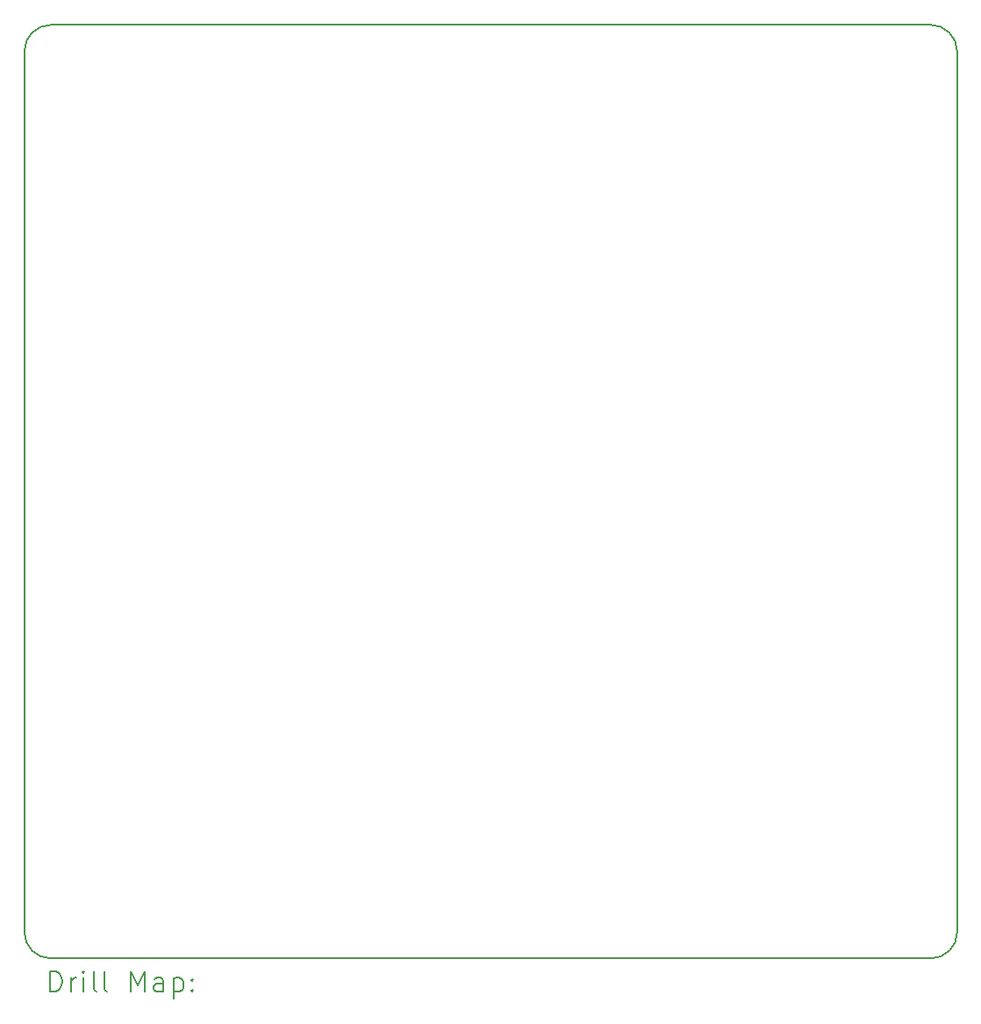
<source format=gbr>
%TF.GenerationSoftware,KiCad,Pcbnew,(6.0.7)*%
%TF.CreationDate,2023-01-27T10:25:37-08:00*%
%TF.ProjectId,FlightComputer,466c6967-6874-4436-9f6d-70757465722e,rev?*%
%TF.SameCoordinates,Original*%
%TF.FileFunction,Drillmap*%
%TF.FilePolarity,Positive*%
%FSLAX45Y45*%
G04 Gerber Fmt 4.5, Leading zero omitted, Abs format (unit mm)*
G04 Created by KiCad (PCBNEW (6.0.7)) date 2023-01-27 10:25:37*
%MOMM*%
%LPD*%
G01*
G04 APERTURE LIST*
%ADD10C,0.200000*%
G04 APERTURE END LIST*
D10*
X22733000Y-14816600D02*
X14241000Y-14816600D01*
X22987000Y-6070600D02*
X22987000Y-14562600D01*
X22987000Y-6070600D02*
G75*
G03*
X22733000Y-5816600I-254000J0D01*
G01*
X13987000Y-14562600D02*
X13987000Y-6070600D01*
X22733000Y-14816600D02*
G75*
G03*
X22987000Y-14562600I0J254000D01*
G01*
X13987000Y-14562600D02*
G75*
G03*
X14241000Y-14816600I254000J0D01*
G01*
X14241000Y-5816600D02*
X22733000Y-5816600D01*
X14241000Y-5816600D02*
G75*
G03*
X13987000Y-6070600I0J-254000D01*
G01*
X14234619Y-15137076D02*
X14234619Y-14937076D01*
X14282238Y-14937076D01*
X14310809Y-14946600D01*
X14329857Y-14965648D01*
X14339381Y-14984695D01*
X14348905Y-15022790D01*
X14348905Y-15051362D01*
X14339381Y-15089457D01*
X14329857Y-15108505D01*
X14310809Y-15127552D01*
X14282238Y-15137076D01*
X14234619Y-15137076D01*
X14434619Y-15137076D02*
X14434619Y-15003743D01*
X14434619Y-15041838D02*
X14444143Y-15022790D01*
X14453667Y-15013267D01*
X14472714Y-15003743D01*
X14491762Y-15003743D01*
X14558428Y-15137076D02*
X14558428Y-15003743D01*
X14558428Y-14937076D02*
X14548905Y-14946600D01*
X14558428Y-14956124D01*
X14567952Y-14946600D01*
X14558428Y-14937076D01*
X14558428Y-14956124D01*
X14682238Y-15137076D02*
X14663190Y-15127552D01*
X14653667Y-15108505D01*
X14653667Y-14937076D01*
X14787000Y-15137076D02*
X14767952Y-15127552D01*
X14758428Y-15108505D01*
X14758428Y-14937076D01*
X15015571Y-15137076D02*
X15015571Y-14937076D01*
X15082238Y-15079933D01*
X15148905Y-14937076D01*
X15148905Y-15137076D01*
X15329857Y-15137076D02*
X15329857Y-15032314D01*
X15320333Y-15013267D01*
X15301286Y-15003743D01*
X15263190Y-15003743D01*
X15244143Y-15013267D01*
X15329857Y-15127552D02*
X15310809Y-15137076D01*
X15263190Y-15137076D01*
X15244143Y-15127552D01*
X15234619Y-15108505D01*
X15234619Y-15089457D01*
X15244143Y-15070409D01*
X15263190Y-15060886D01*
X15310809Y-15060886D01*
X15329857Y-15051362D01*
X15425095Y-15003743D02*
X15425095Y-15203743D01*
X15425095Y-15013267D02*
X15444143Y-15003743D01*
X15482238Y-15003743D01*
X15501286Y-15013267D01*
X15510809Y-15022790D01*
X15520333Y-15041838D01*
X15520333Y-15098981D01*
X15510809Y-15118028D01*
X15501286Y-15127552D01*
X15482238Y-15137076D01*
X15444143Y-15137076D01*
X15425095Y-15127552D01*
X15606048Y-15118028D02*
X15615571Y-15127552D01*
X15606048Y-15137076D01*
X15596524Y-15127552D01*
X15606048Y-15118028D01*
X15606048Y-15137076D01*
X15606048Y-15013267D02*
X15615571Y-15022790D01*
X15606048Y-15032314D01*
X15596524Y-15022790D01*
X15606048Y-15013267D01*
X15606048Y-15032314D01*
M02*

</source>
